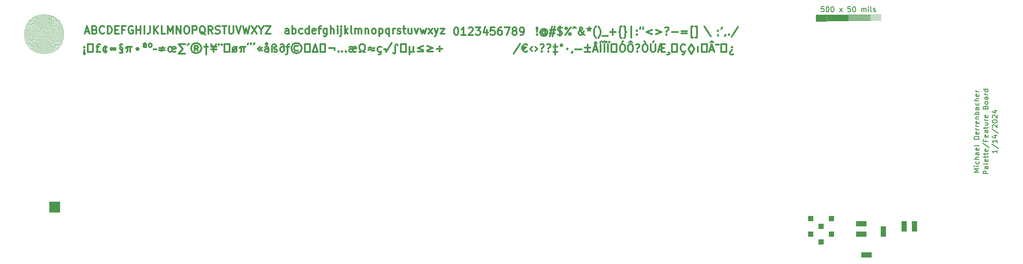
<source format=gbr>
%TF.GenerationSoftware,KiCad,Pcbnew,(5.1.9-0-10_14)*%
%TF.CreationDate,2024-01-14T18:13:30-08:00*%
%TF.ProjectId,Palette,50616c65-7474-4652-9e6b-696361645f70,rev?*%
%TF.SameCoordinates,Original*%
%TF.FileFunction,Legend,Top*%
%TF.FilePolarity,Positive*%
%FSLAX46Y46*%
G04 Gerber Fmt 4.6, Leading zero omitted, Abs format (unit mm)*
G04 Created by KiCad (PCBNEW (5.1.9-0-10_14)) date 2024-01-14 18:13:30*
%MOMM*%
%LPD*%
G01*
G04 APERTURE LIST*
%ADD10C,0.100000*%
%ADD11C,0.120000*%
%ADD12C,0.150000*%
%ADD13C,0.010000*%
%ADD14C,0.300000*%
G04 APERTURE END LIST*
D10*
G36*
X70358000Y-92456000D02*
G01*
X68326000Y-92456000D01*
X68326000Y-90424000D01*
X70358000Y-90424000D01*
X70358000Y-92456000D01*
G37*
X70358000Y-92456000D02*
X68326000Y-92456000D01*
X68326000Y-90424000D01*
X70358000Y-90424000D01*
X70358000Y-92456000D01*
D11*
X71120000Y-57658000D02*
G75*
G03*
X71120000Y-57658000I-3810000J0D01*
G01*
X70866000Y-57658000D02*
G75*
G03*
X70866000Y-57658000I-3556000J0D01*
G01*
X70612000Y-57658000D02*
G75*
G03*
X70612000Y-57658000I-3302000J0D01*
G01*
X70358000Y-57658000D02*
G75*
G03*
X70358000Y-57658000I-3048000J0D01*
G01*
X70104000Y-57658000D02*
G75*
G03*
X70104000Y-57658000I-2794000J0D01*
G01*
X69850000Y-57658000D02*
G75*
G03*
X69850000Y-57658000I-2540000J0D01*
G01*
X69596000Y-57658000D02*
G75*
G03*
X69596000Y-57658000I-2286000J0D01*
G01*
D12*
X253944380Y-80327047D02*
X253944380Y-80898476D01*
X253944380Y-80612761D02*
X252944380Y-80612761D01*
X253087238Y-80708000D01*
X253182476Y-80803238D01*
X253230095Y-80898476D01*
X252896761Y-79184190D02*
X254182476Y-80041333D01*
X253944380Y-78327047D02*
X253944380Y-78898476D01*
X253944380Y-78612761D02*
X252944380Y-78612761D01*
X253087238Y-78708000D01*
X253182476Y-78803238D01*
X253230095Y-78898476D01*
X253277714Y-77469904D02*
X253944380Y-77469904D01*
X252896761Y-77708000D02*
X253611047Y-77946095D01*
X253611047Y-77327047D01*
X252896761Y-76231809D02*
X254182476Y-77088952D01*
X253039619Y-75946095D02*
X252992000Y-75898476D01*
X252944380Y-75803238D01*
X252944380Y-75565142D01*
X252992000Y-75469904D01*
X253039619Y-75422285D01*
X253134857Y-75374666D01*
X253230095Y-75374666D01*
X253372952Y-75422285D01*
X253944380Y-75993714D01*
X253944380Y-75374666D01*
X252944380Y-74755619D02*
X252944380Y-74660380D01*
X252992000Y-74565142D01*
X253039619Y-74517523D01*
X253134857Y-74469904D01*
X253325333Y-74422285D01*
X253563428Y-74422285D01*
X253753904Y-74469904D01*
X253849142Y-74517523D01*
X253896761Y-74565142D01*
X253944380Y-74660380D01*
X253944380Y-74755619D01*
X253896761Y-74850857D01*
X253849142Y-74898476D01*
X253753904Y-74946095D01*
X253563428Y-74993714D01*
X253325333Y-74993714D01*
X253134857Y-74946095D01*
X253039619Y-74898476D01*
X252992000Y-74850857D01*
X252944380Y-74755619D01*
X253039619Y-74041333D02*
X252992000Y-73993714D01*
X252944380Y-73898476D01*
X252944380Y-73660380D01*
X252992000Y-73565142D01*
X253039619Y-73517523D01*
X253134857Y-73469904D01*
X253230095Y-73469904D01*
X253372952Y-73517523D01*
X253944380Y-74088952D01*
X253944380Y-73469904D01*
X253277714Y-72612761D02*
X253944380Y-72612761D01*
X252896761Y-72850857D02*
X253611047Y-73088952D01*
X253611047Y-72469904D01*
X252166380Y-84969904D02*
X251166380Y-84969904D01*
X251166380Y-84588952D01*
X251214000Y-84493714D01*
X251261619Y-84446095D01*
X251356857Y-84398476D01*
X251499714Y-84398476D01*
X251594952Y-84446095D01*
X251642571Y-84493714D01*
X251690190Y-84588952D01*
X251690190Y-84969904D01*
X252166380Y-83541333D02*
X251642571Y-83541333D01*
X251547333Y-83588952D01*
X251499714Y-83684190D01*
X251499714Y-83874666D01*
X251547333Y-83969904D01*
X252118761Y-83541333D02*
X252166380Y-83636571D01*
X252166380Y-83874666D01*
X252118761Y-83969904D01*
X252023523Y-84017523D01*
X251928285Y-84017523D01*
X251833047Y-83969904D01*
X251785428Y-83874666D01*
X251785428Y-83636571D01*
X251737809Y-83541333D01*
X252166380Y-82922285D02*
X252118761Y-83017523D01*
X252023523Y-83065142D01*
X251166380Y-83065142D01*
X252118761Y-82160380D02*
X252166380Y-82255619D01*
X252166380Y-82446095D01*
X252118761Y-82541333D01*
X252023523Y-82588952D01*
X251642571Y-82588952D01*
X251547333Y-82541333D01*
X251499714Y-82446095D01*
X251499714Y-82255619D01*
X251547333Y-82160380D01*
X251642571Y-82112761D01*
X251737809Y-82112761D01*
X251833047Y-82588952D01*
X251499714Y-81827047D02*
X251499714Y-81446095D01*
X251166380Y-81684190D02*
X252023523Y-81684190D01*
X252118761Y-81636571D01*
X252166380Y-81541333D01*
X252166380Y-81446095D01*
X251499714Y-81255619D02*
X251499714Y-80874666D01*
X251166380Y-81112761D02*
X252023523Y-81112761D01*
X252118761Y-81065142D01*
X252166380Y-80969904D01*
X252166380Y-80874666D01*
X252118761Y-80160380D02*
X252166380Y-80255619D01*
X252166380Y-80446095D01*
X252118761Y-80541333D01*
X252023523Y-80588952D01*
X251642571Y-80588952D01*
X251547333Y-80541333D01*
X251499714Y-80446095D01*
X251499714Y-80255619D01*
X251547333Y-80160380D01*
X251642571Y-80112761D01*
X251737809Y-80112761D01*
X251833047Y-80588952D01*
X251118761Y-78969904D02*
X252404476Y-79827047D01*
X251642571Y-78303238D02*
X251642571Y-78636571D01*
X252166380Y-78636571D02*
X251166380Y-78636571D01*
X251166380Y-78160380D01*
X252118761Y-77398476D02*
X252166380Y-77493714D01*
X252166380Y-77684190D01*
X252118761Y-77779428D01*
X252023523Y-77827047D01*
X251642571Y-77827047D01*
X251547333Y-77779428D01*
X251499714Y-77684190D01*
X251499714Y-77493714D01*
X251547333Y-77398476D01*
X251642571Y-77350857D01*
X251737809Y-77350857D01*
X251833047Y-77827047D01*
X252166380Y-76493714D02*
X251642571Y-76493714D01*
X251547333Y-76541333D01*
X251499714Y-76636571D01*
X251499714Y-76827047D01*
X251547333Y-76922285D01*
X252118761Y-76493714D02*
X252166380Y-76588952D01*
X252166380Y-76827047D01*
X252118761Y-76922285D01*
X252023523Y-76969904D01*
X251928285Y-76969904D01*
X251833047Y-76922285D01*
X251785428Y-76827047D01*
X251785428Y-76588952D01*
X251737809Y-76493714D01*
X251499714Y-76160380D02*
X251499714Y-75779428D01*
X251166380Y-76017523D02*
X252023523Y-76017523D01*
X252118761Y-75969904D01*
X252166380Y-75874666D01*
X252166380Y-75779428D01*
X251499714Y-75017523D02*
X252166380Y-75017523D01*
X251499714Y-75446095D02*
X252023523Y-75446095D01*
X252118761Y-75398476D01*
X252166380Y-75303238D01*
X252166380Y-75160380D01*
X252118761Y-75065142D01*
X252071142Y-75017523D01*
X252166380Y-74541333D02*
X251499714Y-74541333D01*
X251690190Y-74541333D02*
X251594952Y-74493714D01*
X251547333Y-74446095D01*
X251499714Y-74350857D01*
X251499714Y-74255619D01*
X252118761Y-73541333D02*
X252166380Y-73636571D01*
X252166380Y-73827047D01*
X252118761Y-73922285D01*
X252023523Y-73969904D01*
X251642571Y-73969904D01*
X251547333Y-73922285D01*
X251499714Y-73827047D01*
X251499714Y-73636571D01*
X251547333Y-73541333D01*
X251642571Y-73493714D01*
X251737809Y-73493714D01*
X251833047Y-73969904D01*
X251642571Y-71969904D02*
X251690190Y-71827047D01*
X251737809Y-71779428D01*
X251833047Y-71731809D01*
X251975904Y-71731809D01*
X252071142Y-71779428D01*
X252118761Y-71827047D01*
X252166380Y-71922285D01*
X252166380Y-72303238D01*
X251166380Y-72303238D01*
X251166380Y-71969904D01*
X251214000Y-71874666D01*
X251261619Y-71827047D01*
X251356857Y-71779428D01*
X251452095Y-71779428D01*
X251547333Y-71827047D01*
X251594952Y-71874666D01*
X251642571Y-71969904D01*
X251642571Y-72303238D01*
X252166380Y-71160380D02*
X252118761Y-71255619D01*
X252071142Y-71303238D01*
X251975904Y-71350857D01*
X251690190Y-71350857D01*
X251594952Y-71303238D01*
X251547333Y-71255619D01*
X251499714Y-71160380D01*
X251499714Y-71017523D01*
X251547333Y-70922285D01*
X251594952Y-70874666D01*
X251690190Y-70827047D01*
X251975904Y-70827047D01*
X252071142Y-70874666D01*
X252118761Y-70922285D01*
X252166380Y-71017523D01*
X252166380Y-71160380D01*
X252166380Y-69969904D02*
X251642571Y-69969904D01*
X251547333Y-70017523D01*
X251499714Y-70112761D01*
X251499714Y-70303238D01*
X251547333Y-70398476D01*
X252118761Y-69969904D02*
X252166380Y-70065142D01*
X252166380Y-70303238D01*
X252118761Y-70398476D01*
X252023523Y-70446095D01*
X251928285Y-70446095D01*
X251833047Y-70398476D01*
X251785428Y-70303238D01*
X251785428Y-70065142D01*
X251737809Y-69969904D01*
X252166380Y-69493714D02*
X251499714Y-69493714D01*
X251690190Y-69493714D02*
X251594952Y-69446095D01*
X251547333Y-69398476D01*
X251499714Y-69303238D01*
X251499714Y-69208000D01*
X252166380Y-68446095D02*
X251166380Y-68446095D01*
X252118761Y-68446095D02*
X252166380Y-68541333D01*
X252166380Y-68731809D01*
X252118761Y-68827047D01*
X252071142Y-68874666D01*
X251975904Y-68922285D01*
X251690190Y-68922285D01*
X251594952Y-68874666D01*
X251547333Y-68827047D01*
X251499714Y-68731809D01*
X251499714Y-68541333D01*
X251547333Y-68446095D01*
X250388380Y-84636571D02*
X249388380Y-84636571D01*
X250102666Y-84303238D01*
X249388380Y-83969904D01*
X250388380Y-83969904D01*
X250388380Y-83493714D02*
X249721714Y-83493714D01*
X249388380Y-83493714D02*
X249436000Y-83541333D01*
X249483619Y-83493714D01*
X249436000Y-83446095D01*
X249388380Y-83493714D01*
X249483619Y-83493714D01*
X250340761Y-82588952D02*
X250388380Y-82684190D01*
X250388380Y-82874666D01*
X250340761Y-82969904D01*
X250293142Y-83017523D01*
X250197904Y-83065142D01*
X249912190Y-83065142D01*
X249816952Y-83017523D01*
X249769333Y-82969904D01*
X249721714Y-82874666D01*
X249721714Y-82684190D01*
X249769333Y-82588952D01*
X250388380Y-82160380D02*
X249388380Y-82160380D01*
X250388380Y-81731809D02*
X249864571Y-81731809D01*
X249769333Y-81779428D01*
X249721714Y-81874666D01*
X249721714Y-82017523D01*
X249769333Y-82112761D01*
X249816952Y-82160380D01*
X250388380Y-80827047D02*
X249864571Y-80827047D01*
X249769333Y-80874666D01*
X249721714Y-80969904D01*
X249721714Y-81160380D01*
X249769333Y-81255619D01*
X250340761Y-80827047D02*
X250388380Y-80922285D01*
X250388380Y-81160380D01*
X250340761Y-81255619D01*
X250245523Y-81303238D01*
X250150285Y-81303238D01*
X250055047Y-81255619D01*
X250007428Y-81160380D01*
X250007428Y-80922285D01*
X249959809Y-80827047D01*
X250340761Y-79969904D02*
X250388380Y-80065142D01*
X250388380Y-80255619D01*
X250340761Y-80350857D01*
X250245523Y-80398476D01*
X249864571Y-80398476D01*
X249769333Y-80350857D01*
X249721714Y-80255619D01*
X249721714Y-80065142D01*
X249769333Y-79969904D01*
X249864571Y-79922285D01*
X249959809Y-79922285D01*
X250055047Y-80398476D01*
X250388380Y-79350857D02*
X250340761Y-79446095D01*
X250245523Y-79493714D01*
X249388380Y-79493714D01*
X250388380Y-78208000D02*
X249388380Y-78208000D01*
X249388380Y-77969904D01*
X249436000Y-77827047D01*
X249531238Y-77731809D01*
X249626476Y-77684190D01*
X249816952Y-77636571D01*
X249959809Y-77636571D01*
X250150285Y-77684190D01*
X250245523Y-77731809D01*
X250340761Y-77827047D01*
X250388380Y-77969904D01*
X250388380Y-78208000D01*
X250340761Y-76827047D02*
X250388380Y-76922285D01*
X250388380Y-77112761D01*
X250340761Y-77208000D01*
X250245523Y-77255619D01*
X249864571Y-77255619D01*
X249769333Y-77208000D01*
X249721714Y-77112761D01*
X249721714Y-76922285D01*
X249769333Y-76827047D01*
X249864571Y-76779428D01*
X249959809Y-76779428D01*
X250055047Y-77255619D01*
X250388380Y-76350857D02*
X249721714Y-76350857D01*
X249912190Y-76350857D02*
X249816952Y-76303238D01*
X249769333Y-76255619D01*
X249721714Y-76160380D01*
X249721714Y-76065142D01*
X250388380Y-75731809D02*
X249721714Y-75731809D01*
X249912190Y-75731809D02*
X249816952Y-75684190D01*
X249769333Y-75636571D01*
X249721714Y-75541333D01*
X249721714Y-75446095D01*
X250340761Y-74731809D02*
X250388380Y-74827047D01*
X250388380Y-75017523D01*
X250340761Y-75112761D01*
X250245523Y-75160380D01*
X249864571Y-75160380D01*
X249769333Y-75112761D01*
X249721714Y-75017523D01*
X249721714Y-74827047D01*
X249769333Y-74731809D01*
X249864571Y-74684190D01*
X249959809Y-74684190D01*
X250055047Y-75160380D01*
X249721714Y-74255619D02*
X250388380Y-74255619D01*
X249816952Y-74255619D02*
X249769333Y-74208000D01*
X249721714Y-74112761D01*
X249721714Y-73969904D01*
X249769333Y-73874666D01*
X249864571Y-73827047D01*
X250388380Y-73827047D01*
X250388380Y-73350857D02*
X249388380Y-73350857D01*
X249769333Y-73350857D02*
X249721714Y-73255619D01*
X249721714Y-73065142D01*
X249769333Y-72969904D01*
X249816952Y-72922285D01*
X249912190Y-72874666D01*
X250197904Y-72874666D01*
X250293142Y-72922285D01*
X250340761Y-72969904D01*
X250388380Y-73065142D01*
X250388380Y-73255619D01*
X250340761Y-73350857D01*
X250388380Y-72017523D02*
X249864571Y-72017523D01*
X249769333Y-72065142D01*
X249721714Y-72160380D01*
X249721714Y-72350857D01*
X249769333Y-72446095D01*
X250340761Y-72017523D02*
X250388380Y-72112761D01*
X250388380Y-72350857D01*
X250340761Y-72446095D01*
X250245523Y-72493714D01*
X250150285Y-72493714D01*
X250055047Y-72446095D01*
X250007428Y-72350857D01*
X250007428Y-72112761D01*
X249959809Y-72017523D01*
X250340761Y-71112761D02*
X250388380Y-71208000D01*
X250388380Y-71398476D01*
X250340761Y-71493714D01*
X250293142Y-71541333D01*
X250197904Y-71588952D01*
X249912190Y-71588952D01*
X249816952Y-71541333D01*
X249769333Y-71493714D01*
X249721714Y-71398476D01*
X249721714Y-71208000D01*
X249769333Y-71112761D01*
X250388380Y-70684190D02*
X249388380Y-70684190D01*
X250388380Y-70255619D02*
X249864571Y-70255619D01*
X249769333Y-70303238D01*
X249721714Y-70398476D01*
X249721714Y-70541333D01*
X249769333Y-70636571D01*
X249816952Y-70684190D01*
X250340761Y-69398476D02*
X250388380Y-69493714D01*
X250388380Y-69684190D01*
X250340761Y-69779428D01*
X250245523Y-69827047D01*
X249864571Y-69827047D01*
X249769333Y-69779428D01*
X249721714Y-69684190D01*
X249721714Y-69493714D01*
X249769333Y-69398476D01*
X249864571Y-69350857D01*
X249959809Y-69350857D01*
X250055047Y-69827047D01*
X250388380Y-68922285D02*
X249721714Y-68922285D01*
X249912190Y-68922285D02*
X249816952Y-68874666D01*
X249769333Y-68827047D01*
X249721714Y-68731809D01*
X249721714Y-68636571D01*
D11*
X69342000Y-57658000D02*
G75*
G03*
X69342000Y-57658000I-2032000J0D01*
G01*
X69088000Y-57658000D02*
G75*
G03*
X69088000Y-57658000I-1778000J0D01*
G01*
X68834000Y-57658000D02*
G75*
G03*
X68834000Y-57658000I-1524000J0D01*
G01*
X68580000Y-57658000D02*
G75*
G03*
X68580000Y-57658000I-1270000J0D01*
G01*
X68326000Y-57658000D02*
G75*
G03*
X68326000Y-57658000I-1016000J0D01*
G01*
X68072000Y-57658000D02*
G75*
G03*
X68072000Y-57658000I-762000J0D01*
G01*
X67818000Y-57658000D02*
G75*
G03*
X67818000Y-57658000I-508000J0D01*
G01*
X67564000Y-57658000D02*
G75*
G03*
X67564000Y-57658000I-254000J0D01*
G01*
D10*
G36*
X229362000Y-101346000D02*
G01*
X227330000Y-101346000D01*
X227330000Y-100330000D01*
X229362000Y-100330000D01*
X229362000Y-101346000D01*
G37*
G36*
X228346000Y-97282000D02*
G01*
X226314000Y-97282000D01*
X226314000Y-96266000D01*
X228346000Y-96266000D01*
X228346000Y-97282000D01*
G37*
G36*
X228346000Y-95250000D02*
G01*
X226314000Y-95250000D01*
X226314000Y-94234000D01*
X228346000Y-94234000D01*
X228346000Y-95250000D01*
G37*
G36*
X238252000Y-96266000D02*
G01*
X237236000Y-96266000D01*
X237236000Y-94234000D01*
X238252000Y-94234000D01*
X238252000Y-96266000D01*
G37*
G36*
X236220000Y-96266000D02*
G01*
X235204000Y-96266000D01*
X235204000Y-94234000D01*
X236220000Y-94234000D01*
X236220000Y-96266000D01*
G37*
G36*
X232156000Y-97282000D02*
G01*
X231140000Y-97282000D01*
X231140000Y-95250000D01*
X232156000Y-95250000D01*
X232156000Y-97282000D01*
G37*
G36*
X219964000Y-95758000D02*
G01*
X218948000Y-95758000D01*
X218948000Y-94742000D01*
X219964000Y-94742000D01*
X219964000Y-95758000D01*
G37*
G36*
X217932000Y-94234000D02*
G01*
X216916000Y-94234000D01*
X216916000Y-93218000D01*
X217932000Y-93218000D01*
X217932000Y-94234000D01*
G37*
G36*
X221996000Y-94234000D02*
G01*
X220980000Y-94234000D01*
X220980000Y-93218000D01*
X221996000Y-93218000D01*
X221996000Y-94234000D01*
G37*
G36*
X221996000Y-97282000D02*
G01*
X220980000Y-97282000D01*
X220980000Y-96266000D01*
X221996000Y-96266000D01*
X221996000Y-97282000D01*
G37*
G36*
X219964000Y-98806000D02*
G01*
X218948000Y-98806000D01*
X218948000Y-97790000D01*
X219964000Y-97790000D01*
X219964000Y-98806000D01*
G37*
G36*
X217932000Y-97282000D02*
G01*
X216916000Y-97282000D01*
X216916000Y-96266000D01*
X217932000Y-96266000D01*
X217932000Y-97282000D01*
G37*
D12*
X220004285Y-52284380D02*
X219528095Y-52284380D01*
X219480476Y-52760571D01*
X219528095Y-52712952D01*
X219623333Y-52665333D01*
X219861428Y-52665333D01*
X219956666Y-52712952D01*
X220004285Y-52760571D01*
X220051904Y-52855809D01*
X220051904Y-53093904D01*
X220004285Y-53189142D01*
X219956666Y-53236761D01*
X219861428Y-53284380D01*
X219623333Y-53284380D01*
X219528095Y-53236761D01*
X219480476Y-53189142D01*
X220670952Y-52284380D02*
X220766190Y-52284380D01*
X220861428Y-52332000D01*
X220909047Y-52379619D01*
X220956666Y-52474857D01*
X221004285Y-52665333D01*
X221004285Y-52903428D01*
X220956666Y-53093904D01*
X220909047Y-53189142D01*
X220861428Y-53236761D01*
X220766190Y-53284380D01*
X220670952Y-53284380D01*
X220575714Y-53236761D01*
X220528095Y-53189142D01*
X220480476Y-53093904D01*
X220432857Y-52903428D01*
X220432857Y-52665333D01*
X220480476Y-52474857D01*
X220528095Y-52379619D01*
X220575714Y-52332000D01*
X220670952Y-52284380D01*
X221623333Y-52284380D02*
X221718571Y-52284380D01*
X221813809Y-52332000D01*
X221861428Y-52379619D01*
X221909047Y-52474857D01*
X221956666Y-52665333D01*
X221956666Y-52903428D01*
X221909047Y-53093904D01*
X221861428Y-53189142D01*
X221813809Y-53236761D01*
X221718571Y-53284380D01*
X221623333Y-53284380D01*
X221528095Y-53236761D01*
X221480476Y-53189142D01*
X221432857Y-53093904D01*
X221385238Y-52903428D01*
X221385238Y-52665333D01*
X221432857Y-52474857D01*
X221480476Y-52379619D01*
X221528095Y-52332000D01*
X221623333Y-52284380D01*
X223051904Y-53284380D02*
X223575714Y-52617714D01*
X223051904Y-52617714D02*
X223575714Y-53284380D01*
X225194761Y-52284380D02*
X224718571Y-52284380D01*
X224670952Y-52760571D01*
X224718571Y-52712952D01*
X224813809Y-52665333D01*
X225051904Y-52665333D01*
X225147142Y-52712952D01*
X225194761Y-52760571D01*
X225242380Y-52855809D01*
X225242380Y-53093904D01*
X225194761Y-53189142D01*
X225147142Y-53236761D01*
X225051904Y-53284380D01*
X224813809Y-53284380D01*
X224718571Y-53236761D01*
X224670952Y-53189142D01*
X225861428Y-52284380D02*
X225956666Y-52284380D01*
X226051904Y-52332000D01*
X226099523Y-52379619D01*
X226147142Y-52474857D01*
X226194761Y-52665333D01*
X226194761Y-52903428D01*
X226147142Y-53093904D01*
X226099523Y-53189142D01*
X226051904Y-53236761D01*
X225956666Y-53284380D01*
X225861428Y-53284380D01*
X225766190Y-53236761D01*
X225718571Y-53189142D01*
X225670952Y-53093904D01*
X225623333Y-52903428D01*
X225623333Y-52665333D01*
X225670952Y-52474857D01*
X225718571Y-52379619D01*
X225766190Y-52332000D01*
X225861428Y-52284380D01*
X227385238Y-53284380D02*
X227385238Y-52617714D01*
X227385238Y-52712952D02*
X227432857Y-52665333D01*
X227528095Y-52617714D01*
X227670952Y-52617714D01*
X227766190Y-52665333D01*
X227813809Y-52760571D01*
X227813809Y-53284380D01*
X227813809Y-52760571D02*
X227861428Y-52665333D01*
X227956666Y-52617714D01*
X228099523Y-52617714D01*
X228194761Y-52665333D01*
X228242380Y-52760571D01*
X228242380Y-53284380D01*
X228718571Y-53284380D02*
X228718571Y-52617714D01*
X228718571Y-52284380D02*
X228670952Y-52332000D01*
X228718571Y-52379619D01*
X228766190Y-52332000D01*
X228718571Y-52284380D01*
X228718571Y-52379619D01*
X229337619Y-53284380D02*
X229242380Y-53236761D01*
X229194761Y-53141523D01*
X229194761Y-52284380D01*
X229670952Y-53236761D02*
X229766190Y-53284380D01*
X229956666Y-53284380D01*
X230051904Y-53236761D01*
X230099523Y-53141523D01*
X230099523Y-53093904D01*
X230051904Y-52998666D01*
X229956666Y-52951047D01*
X229813809Y-52951047D01*
X229718571Y-52903428D01*
X229670952Y-52808190D01*
X229670952Y-52760571D01*
X229718571Y-52665333D01*
X229813809Y-52617714D01*
X229956666Y-52617714D01*
X230051904Y-52665333D01*
D13*
G36*
X218440000Y-55118000D02*
G01*
X218440000Y-54864000D01*
X231140000Y-54864000D01*
X218440000Y-55118000D01*
G37*
X218440000Y-55118000D02*
X218440000Y-54864000D01*
X231140000Y-54864000D01*
X218440000Y-55118000D01*
G36*
X218440000Y-54864000D02*
G01*
X218440000Y-54610000D01*
X231140000Y-54610000D01*
X218440000Y-54864000D01*
G37*
X218440000Y-54864000D02*
X218440000Y-54610000D01*
X231140000Y-54610000D01*
X218440000Y-54864000D01*
G36*
X218440000Y-54610000D02*
G01*
X218440000Y-54356000D01*
X231140000Y-54356000D01*
X218440000Y-54610000D01*
G37*
X218440000Y-54610000D02*
X218440000Y-54356000D01*
X231140000Y-54356000D01*
X218440000Y-54610000D01*
G36*
X218440000Y-54356000D02*
G01*
X218440000Y-54102000D01*
X231140000Y-54102000D01*
X218440000Y-54356000D01*
G37*
X218440000Y-54356000D02*
X218440000Y-54102000D01*
X231140000Y-54102000D01*
X218440000Y-54356000D01*
G36*
X218440000Y-54102000D02*
G01*
X218440000Y-53848000D01*
X231140000Y-53848000D01*
X218440000Y-54102000D01*
G37*
X218440000Y-54102000D02*
X218440000Y-53848000D01*
X231140000Y-53848000D01*
X218440000Y-54102000D01*
D14*
X163816571Y-57685714D02*
X163888000Y-57757142D01*
X163816571Y-57828571D01*
X163745142Y-57757142D01*
X163816571Y-57685714D01*
X163816571Y-57828571D01*
X163816571Y-57257142D02*
X163745142Y-56400000D01*
X163816571Y-56328571D01*
X163888000Y-56400000D01*
X163816571Y-57257142D01*
X163816571Y-56328571D01*
X165459428Y-57114285D02*
X165388000Y-57042857D01*
X165245142Y-56971428D01*
X165102285Y-56971428D01*
X164959428Y-57042857D01*
X164888000Y-57114285D01*
X164816571Y-57257142D01*
X164816571Y-57400000D01*
X164888000Y-57542857D01*
X164959428Y-57614285D01*
X165102285Y-57685714D01*
X165245142Y-57685714D01*
X165388000Y-57614285D01*
X165459428Y-57542857D01*
X165459428Y-56971428D02*
X165459428Y-57542857D01*
X165530857Y-57614285D01*
X165602285Y-57614285D01*
X165745142Y-57542857D01*
X165816571Y-57400000D01*
X165816571Y-57042857D01*
X165673714Y-56828571D01*
X165459428Y-56685714D01*
X165173714Y-56614285D01*
X164888000Y-56685714D01*
X164673714Y-56828571D01*
X164530857Y-57042857D01*
X164459428Y-57328571D01*
X164530857Y-57614285D01*
X164673714Y-57828571D01*
X164888000Y-57971428D01*
X165173714Y-58042857D01*
X165459428Y-57971428D01*
X165673714Y-57828571D01*
X166388000Y-56828571D02*
X167459428Y-56828571D01*
X166816571Y-56185714D02*
X166388000Y-58114285D01*
X167316571Y-57471428D02*
X166245142Y-57471428D01*
X166888000Y-58114285D02*
X167316571Y-56185714D01*
X167888000Y-57757142D02*
X168102285Y-57828571D01*
X168459428Y-57828571D01*
X168602285Y-57757142D01*
X168673714Y-57685714D01*
X168745142Y-57542857D01*
X168745142Y-57400000D01*
X168673714Y-57257142D01*
X168602285Y-57185714D01*
X168459428Y-57114285D01*
X168173714Y-57042857D01*
X168030857Y-56971428D01*
X167959428Y-56900000D01*
X167888000Y-56757142D01*
X167888000Y-56614285D01*
X167959428Y-56471428D01*
X168030857Y-56400000D01*
X168173714Y-56328571D01*
X168530857Y-56328571D01*
X168745142Y-56400000D01*
X168316571Y-56114285D02*
X168316571Y-58042857D01*
X169316571Y-57828571D02*
X170459428Y-56328571D01*
X169530857Y-56328571D02*
X169673714Y-56400000D01*
X169745142Y-56542857D01*
X169673714Y-56685714D01*
X169530857Y-56757142D01*
X169388000Y-56685714D01*
X169316571Y-56542857D01*
X169388000Y-56400000D01*
X169530857Y-56328571D01*
X170388000Y-57757142D02*
X170459428Y-57614285D01*
X170388000Y-57471428D01*
X170245142Y-57400000D01*
X170102285Y-57471428D01*
X170030857Y-57614285D01*
X170102285Y-57757142D01*
X170245142Y-57828571D01*
X170388000Y-57757142D01*
X170888000Y-56471428D02*
X171173714Y-56257142D01*
X171459428Y-56471428D01*
X173173714Y-57828571D02*
X173102285Y-57828571D01*
X172959428Y-57757142D01*
X172745142Y-57542857D01*
X172388000Y-57114285D01*
X172245142Y-56900000D01*
X172173714Y-56685714D01*
X172173714Y-56542857D01*
X172245142Y-56400000D01*
X172388000Y-56328571D01*
X172459428Y-56328571D01*
X172602285Y-56400000D01*
X172673714Y-56542857D01*
X172673714Y-56614285D01*
X172602285Y-56757142D01*
X172530857Y-56828571D01*
X172102285Y-57114285D01*
X172030857Y-57185714D01*
X171959428Y-57328571D01*
X171959428Y-57542857D01*
X172030857Y-57685714D01*
X172102285Y-57757142D01*
X172245142Y-57828571D01*
X172459428Y-57828571D01*
X172602285Y-57757142D01*
X172673714Y-57685714D01*
X172888000Y-57400000D01*
X172959428Y-57185714D01*
X172959428Y-57042857D01*
X174030857Y-56328571D02*
X174030857Y-56685714D01*
X173673714Y-56542857D02*
X174030857Y-56685714D01*
X174388000Y-56542857D01*
X173816571Y-56971428D02*
X174030857Y-56685714D01*
X174245142Y-56971428D01*
X175388000Y-58400000D02*
X175316571Y-58328571D01*
X175173714Y-58114285D01*
X175102285Y-57971428D01*
X175030857Y-57757142D01*
X174959428Y-57400000D01*
X174959428Y-57114285D01*
X175030857Y-56757142D01*
X175102285Y-56542857D01*
X175173714Y-56400000D01*
X175316571Y-56185714D01*
X175388000Y-56114285D01*
X175816571Y-58400000D02*
X175888000Y-58328571D01*
X176030857Y-58114285D01*
X176102285Y-57971428D01*
X176173714Y-57757142D01*
X176245142Y-57400000D01*
X176245142Y-57114285D01*
X176173714Y-56757142D01*
X176102285Y-56542857D01*
X176030857Y-56400000D01*
X175888000Y-56185714D01*
X175816571Y-56114285D01*
X176602285Y-57971428D02*
X177745142Y-57971428D01*
X178102285Y-57257142D02*
X179245142Y-57257142D01*
X178673714Y-57828571D02*
X178673714Y-56685714D01*
X180388000Y-58400000D02*
X180316571Y-58400000D01*
X180173714Y-58328571D01*
X180102285Y-58185714D01*
X180102285Y-57471428D01*
X180030857Y-57328571D01*
X179888000Y-57257142D01*
X180030857Y-57185714D01*
X180102285Y-57042857D01*
X180102285Y-56328571D01*
X180173714Y-56185714D01*
X180316571Y-56114285D01*
X180388000Y-56114285D01*
X180816571Y-58400000D02*
X180888000Y-58400000D01*
X181030857Y-58328571D01*
X181102285Y-58185714D01*
X181102285Y-57471428D01*
X181173714Y-57328571D01*
X181316571Y-57257142D01*
X181173714Y-57185714D01*
X181102285Y-57042857D01*
X181102285Y-56328571D01*
X181030857Y-56185714D01*
X180888000Y-56114285D01*
X180816571Y-56114285D01*
X182316571Y-58328571D02*
X182316571Y-56185714D01*
X183388000Y-57685714D02*
X183459428Y-57757142D01*
X183388000Y-57828571D01*
X183316571Y-57757142D01*
X183388000Y-57685714D01*
X183388000Y-57828571D01*
X183388000Y-56900000D02*
X183459428Y-56971428D01*
X183388000Y-57042857D01*
X183316571Y-56971428D01*
X183388000Y-56900000D01*
X183388000Y-57042857D01*
X184102285Y-56328571D02*
X184102285Y-56400000D01*
X184030857Y-56542857D01*
X183959428Y-56614285D01*
X184673714Y-56328571D02*
X184673714Y-56400000D01*
X184602285Y-56542857D01*
X184530857Y-56614285D01*
X186388000Y-56828571D02*
X185245142Y-57257142D01*
X186388000Y-57685714D01*
X187102285Y-56828571D02*
X188245142Y-57257142D01*
X187102285Y-57685714D01*
X189173714Y-57685714D02*
X189245142Y-57757142D01*
X189173714Y-57828571D01*
X189102285Y-57757142D01*
X189173714Y-57685714D01*
X189173714Y-57828571D01*
X188888000Y-56400000D02*
X189030857Y-56328571D01*
X189388000Y-56328571D01*
X189530857Y-56400000D01*
X189602285Y-56542857D01*
X189602285Y-56685714D01*
X189530857Y-56828571D01*
X189459428Y-56900000D01*
X189316571Y-56971428D01*
X189245142Y-57042857D01*
X189173714Y-57185714D01*
X189173714Y-57257142D01*
X190245142Y-57257142D02*
X191388000Y-57257142D01*
X192102285Y-57042857D02*
X193245142Y-57042857D01*
X193245142Y-57471428D02*
X192102285Y-57471428D01*
X194388000Y-58328571D02*
X194030857Y-58328571D01*
X194030857Y-56185714D01*
X194388000Y-56185714D01*
X194816571Y-58328571D02*
X195173714Y-58328571D01*
X195173714Y-56185714D01*
X194816571Y-56185714D01*
X196602285Y-56185714D02*
X197888000Y-58114285D01*
X199316571Y-57757142D02*
X199316571Y-57828571D01*
X199245142Y-57971428D01*
X199173714Y-58042857D01*
X199245142Y-56900000D02*
X199316571Y-56971428D01*
X199245142Y-57042857D01*
X199173714Y-56971428D01*
X199245142Y-56900000D01*
X199245142Y-57042857D01*
X200030857Y-56328571D02*
X200030857Y-56400000D01*
X199959428Y-56542857D01*
X199888000Y-56614285D01*
X200745142Y-57757142D02*
X200745142Y-57828571D01*
X200673714Y-57971428D01*
X200602285Y-58042857D01*
X201388000Y-57685714D02*
X201459428Y-57757142D01*
X201388000Y-57828571D01*
X201316571Y-57757142D01*
X201388000Y-57685714D01*
X201388000Y-57828571D01*
X203173714Y-56257142D02*
X201888000Y-58185714D01*
X160562285Y-59559142D02*
X159276571Y-61487714D01*
X160848000Y-60559142D02*
X161490857Y-60559142D01*
X160848000Y-60202000D02*
X161705142Y-60202000D01*
X161919428Y-60987714D02*
X161848000Y-61059142D01*
X161633714Y-61130571D01*
X161490857Y-61130571D01*
X161276571Y-61059142D01*
X161133714Y-60916285D01*
X161062285Y-60773428D01*
X160990857Y-60487714D01*
X160990857Y-60273428D01*
X161062285Y-59987714D01*
X161133714Y-59844857D01*
X161276571Y-59702000D01*
X161490857Y-59630571D01*
X161633714Y-59630571D01*
X161848000Y-59702000D01*
X161919428Y-59773428D01*
X162919428Y-60130571D02*
X162490857Y-60559142D01*
X162919428Y-60987714D01*
X163490857Y-60130571D02*
X163919428Y-60559142D01*
X163490857Y-60987714D01*
X164776571Y-60987714D02*
X164848000Y-61059142D01*
X164776571Y-61130571D01*
X164705142Y-61059142D01*
X164776571Y-60987714D01*
X164776571Y-61130571D01*
X164490857Y-59702000D02*
X164633714Y-59630571D01*
X164990857Y-59630571D01*
X165133714Y-59702000D01*
X165205142Y-59844857D01*
X165205142Y-59987714D01*
X165133714Y-60130571D01*
X165062285Y-60202000D01*
X164919428Y-60273428D01*
X164848000Y-60344857D01*
X164776571Y-60487714D01*
X164776571Y-60559142D01*
X166062285Y-60987714D02*
X166133714Y-61059142D01*
X166062285Y-61130571D01*
X165990857Y-61059142D01*
X166062285Y-60987714D01*
X166062285Y-61130571D01*
X165776571Y-59702000D02*
X165919428Y-59630571D01*
X166276571Y-59630571D01*
X166419428Y-59702000D01*
X166490857Y-59844857D01*
X166490857Y-59987714D01*
X166419428Y-60130571D01*
X166348000Y-60202000D01*
X166205142Y-60273428D01*
X166133714Y-60344857D01*
X166062285Y-60487714D01*
X166062285Y-60559142D01*
X167062285Y-61130571D02*
X167776571Y-61130571D01*
X167062285Y-60130571D02*
X167776571Y-60130571D01*
X167419428Y-59630571D02*
X167419428Y-61630571D01*
X168633714Y-59630571D02*
X168490857Y-59702000D01*
X168419428Y-59844857D01*
X168490857Y-59987714D01*
X168633714Y-60059142D01*
X168776571Y-59987714D01*
X168848000Y-59844857D01*
X168776571Y-59702000D01*
X168633714Y-59630571D01*
X169776571Y-60487714D02*
X169705142Y-60559142D01*
X169776571Y-60630571D01*
X169848000Y-60559142D01*
X169776571Y-60487714D01*
X169776571Y-60630571D01*
X170776571Y-61059142D02*
X170776571Y-61130571D01*
X170705142Y-61273428D01*
X170633714Y-61344857D01*
X171276571Y-60630571D02*
X172562285Y-60630571D01*
X173133714Y-60273428D02*
X174276571Y-60273428D01*
X173705142Y-60844857D02*
X173705142Y-59702000D01*
X174276571Y-61130571D02*
X173133714Y-61130571D01*
X174919428Y-60702000D02*
X175633714Y-60702000D01*
X174776571Y-61130571D02*
X175276571Y-59630571D01*
X175776571Y-61130571D01*
X175276571Y-59630571D02*
X175133714Y-59559142D01*
X175062285Y-59416285D01*
X175133714Y-59273428D01*
X175276571Y-59202000D01*
X175419428Y-59273428D01*
X175490857Y-59416285D01*
X175419428Y-59559142D01*
X175276571Y-59630571D01*
X176276571Y-61130571D02*
X176276571Y-59630571D01*
X176419428Y-59059142D02*
X176205142Y-59273428D01*
X176990857Y-61130571D02*
X176990857Y-59630571D01*
X176705142Y-59273428D02*
X176990857Y-59059142D01*
X177276571Y-59273428D01*
X177705142Y-61130571D02*
X177705142Y-59630571D01*
X177419428Y-59130571D02*
X177490857Y-59202000D01*
X177419428Y-59273428D01*
X177348000Y-59202000D01*
X177419428Y-59130571D01*
X177419428Y-59273428D01*
X177990857Y-59130571D02*
X178062285Y-59202000D01*
X177990857Y-59273428D01*
X177919428Y-59202000D01*
X177990857Y-59130571D01*
X177990857Y-59273428D01*
X178419428Y-61130571D02*
X178419428Y-59630571D01*
X179419428Y-59630571D01*
X179419428Y-61130571D01*
X178419428Y-61130571D01*
X180419428Y-59630571D02*
X180705142Y-59630571D01*
X180848000Y-59702000D01*
X180990857Y-59844857D01*
X181062285Y-60130571D01*
X181062285Y-60630571D01*
X180990857Y-60916285D01*
X180848000Y-61059142D01*
X180705142Y-61130571D01*
X180419428Y-61130571D01*
X180276571Y-61059142D01*
X180133714Y-60916285D01*
X180062285Y-60630571D01*
X180062285Y-60130571D01*
X180133714Y-59844857D01*
X180276571Y-59702000D01*
X180419428Y-59630571D01*
X180705142Y-59059142D02*
X180490857Y-59273428D01*
X181990857Y-59630571D02*
X182276571Y-59630571D01*
X182419428Y-59702000D01*
X182562285Y-59844857D01*
X182633714Y-60130571D01*
X182633714Y-60630571D01*
X182562285Y-60916285D01*
X182419428Y-61059142D01*
X182276571Y-61130571D01*
X181990857Y-61130571D01*
X181848000Y-61059142D01*
X181705142Y-60916285D01*
X181633714Y-60630571D01*
X181633714Y-60130571D01*
X181705142Y-59844857D01*
X181848000Y-59702000D01*
X181990857Y-59630571D01*
X181848000Y-59273428D02*
X182133714Y-59059142D01*
X182419428Y-59273428D01*
X183490857Y-60987714D02*
X183562285Y-61059142D01*
X183490857Y-61130571D01*
X183419428Y-61059142D01*
X183490857Y-60987714D01*
X183490857Y-61130571D01*
X183205142Y-59702000D02*
X183348000Y-59630571D01*
X183705142Y-59630571D01*
X183848000Y-59702000D01*
X183919428Y-59844857D01*
X183919428Y-59987714D01*
X183848000Y-60130571D01*
X183776571Y-60202000D01*
X183633714Y-60273428D01*
X183562285Y-60344857D01*
X183490857Y-60487714D01*
X183490857Y-60559142D01*
X184848000Y-59630571D02*
X185133714Y-59630571D01*
X185276571Y-59702000D01*
X185419428Y-59844857D01*
X185490857Y-60130571D01*
X185490857Y-60630571D01*
X185419428Y-60916285D01*
X185276571Y-61059142D01*
X185133714Y-61130571D01*
X184848000Y-61130571D01*
X184705142Y-61059142D01*
X184562285Y-60916285D01*
X184490857Y-60630571D01*
X184490857Y-60130571D01*
X184562285Y-59844857D01*
X184705142Y-59702000D01*
X184848000Y-59630571D01*
X184848000Y-59059142D02*
X185062285Y-59273428D01*
X186133714Y-59630571D02*
X186133714Y-60844857D01*
X186205142Y-60987714D01*
X186276571Y-61059142D01*
X186419428Y-61130571D01*
X186705142Y-61130571D01*
X186848000Y-61059142D01*
X186919428Y-60987714D01*
X186990857Y-60844857D01*
X186990857Y-59630571D01*
X186705142Y-59059142D02*
X186490857Y-59273428D01*
X187633714Y-60702000D02*
X188205142Y-60702000D01*
X188205142Y-60344857D02*
X188705142Y-60344857D01*
X187490857Y-61130571D02*
X187990857Y-59630571D01*
X188919428Y-59630571D01*
X188205142Y-59630571D02*
X188205142Y-61130571D01*
X188919428Y-61130571D01*
X189562285Y-61202000D02*
X189705142Y-61273428D01*
X189776571Y-61416285D01*
X189705142Y-61559142D01*
X189562285Y-61630571D01*
X189348000Y-61630571D01*
X190276571Y-61130571D02*
X190276571Y-59630571D01*
X191276571Y-59630571D01*
X191276571Y-61130571D01*
X190276571Y-61130571D01*
X192848000Y-60987714D02*
X192776571Y-61059142D01*
X192562285Y-61130571D01*
X192419428Y-61130571D01*
X192205142Y-61059142D01*
X192062285Y-60916285D01*
X191990857Y-60773428D01*
X191919428Y-60487714D01*
X191919428Y-60273428D01*
X191990857Y-59987714D01*
X192062285Y-59844857D01*
X192205142Y-59702000D01*
X192419428Y-59630571D01*
X192562285Y-59630571D01*
X192776571Y-59702000D01*
X192848000Y-59773428D01*
X192490857Y-61202000D02*
X192633714Y-61273428D01*
X192705142Y-61416285D01*
X192633714Y-61559142D01*
X192490857Y-61630571D01*
X192276571Y-61630571D01*
X194062285Y-61559142D02*
X193490857Y-60559142D01*
X194062285Y-59630571D01*
X194633714Y-60559142D01*
X194062285Y-61559142D01*
X195348000Y-61130571D02*
X195348000Y-60130571D01*
X196062285Y-61130571D02*
X196062285Y-59630571D01*
X197062285Y-59630571D01*
X197062285Y-61130571D01*
X196062285Y-61130571D01*
X197705142Y-60702000D02*
X198419428Y-60702000D01*
X197562285Y-61130571D02*
X198062285Y-59630571D01*
X198562285Y-61130571D01*
X197776571Y-59273428D02*
X198062285Y-59059142D01*
X198348000Y-59273428D01*
X198776571Y-59702000D02*
X199490857Y-59702000D01*
X199919428Y-61130571D02*
X199919428Y-59630571D01*
X200919428Y-59630571D01*
X200919428Y-61130571D01*
X199919428Y-61130571D01*
X201990857Y-60273428D02*
X201919428Y-60202000D01*
X201990857Y-60130571D01*
X202062285Y-60202000D01*
X201990857Y-60273428D01*
X201990857Y-60130571D01*
X202276571Y-61559142D02*
X202133714Y-61630571D01*
X201776571Y-61630571D01*
X201633714Y-61559142D01*
X201562285Y-61416285D01*
X201562285Y-61273428D01*
X201633714Y-61130571D01*
X201705142Y-61059142D01*
X201848000Y-60987714D01*
X201919428Y-60916285D01*
X201990857Y-60773428D01*
X201990857Y-60702000D01*
X75164571Y-60273428D02*
X75093142Y-60202000D01*
X75164571Y-60130571D01*
X75236000Y-60202000D01*
X75164571Y-60273428D01*
X75164571Y-60130571D01*
X75164571Y-60702000D02*
X75236000Y-61559142D01*
X75164571Y-61630571D01*
X75093142Y-61559142D01*
X75164571Y-60702000D01*
X75164571Y-61630571D01*
X75878857Y-61130571D02*
X75878857Y-59630571D01*
X76878857Y-59630571D01*
X76878857Y-61130571D01*
X75878857Y-61130571D01*
X77521714Y-60130571D02*
X78093142Y-60130571D01*
X77521714Y-61130571D02*
X78307428Y-61130571D01*
X77736000Y-61130571D02*
X77736000Y-59844857D01*
X77807428Y-59702000D01*
X77950285Y-59630571D01*
X78164571Y-59630571D01*
X78307428Y-59702000D01*
X79593142Y-61059142D02*
X79450285Y-61130571D01*
X79164571Y-61130571D01*
X79021714Y-61059142D01*
X78950285Y-60987714D01*
X78878857Y-60844857D01*
X78878857Y-60416285D01*
X78950285Y-60273428D01*
X79021714Y-60202000D01*
X79164571Y-60130571D01*
X79450285Y-60130571D01*
X79593142Y-60202000D01*
X79307428Y-59916285D02*
X79307428Y-61344857D01*
X80950285Y-60416285D02*
X81093142Y-60344857D01*
X81236000Y-60416285D01*
X81307428Y-60559142D01*
X81236000Y-60702000D01*
X81093142Y-60773428D01*
X80950285Y-60702000D01*
X80664571Y-60416285D01*
X80521714Y-60344857D01*
X80378857Y-60416285D01*
X80307428Y-60559142D01*
X80378857Y-60702000D01*
X80521714Y-60773428D01*
X80664571Y-60702000D01*
X80950285Y-60416285D01*
X82093142Y-61273428D02*
X82236000Y-61344857D01*
X82450285Y-61344857D01*
X82593142Y-61273428D01*
X82664571Y-61130571D01*
X82593142Y-60987714D01*
X82164571Y-60559142D01*
X82093142Y-60416285D01*
X82093142Y-60344857D01*
X82164571Y-60202000D01*
X82307428Y-60130571D01*
X82664571Y-59702000D02*
X82521714Y-59630571D01*
X82307428Y-59630571D01*
X82164571Y-59702000D01*
X82093142Y-59844857D01*
X82164571Y-59987714D01*
X82593142Y-60416285D01*
X82664571Y-60559142D01*
X82664571Y-60630571D01*
X82593142Y-60773428D01*
X82450285Y-60844857D01*
X84164571Y-60130571D02*
X84164571Y-61130571D01*
X83664571Y-60130571D02*
X83664571Y-60916285D01*
X83593142Y-61059142D01*
X83450285Y-61130571D01*
X84450285Y-60130571D02*
X83521714Y-60130571D01*
X83378857Y-60202000D01*
X83307428Y-60344857D01*
X85450285Y-60416285D02*
X85450285Y-60702000D01*
X85521714Y-60702000D02*
X85521714Y-60416285D01*
X85593142Y-60344857D02*
X85593142Y-60773428D01*
X85664571Y-60702000D02*
X85664571Y-60416285D01*
X85736000Y-60416285D02*
X85736000Y-60702000D01*
X85450285Y-60630571D02*
X85593142Y-60773428D01*
X85736000Y-60630571D01*
X85450285Y-60487714D02*
X85593142Y-60344857D01*
X85736000Y-60487714D01*
X85450285Y-60416285D02*
X85593142Y-60344857D01*
X85736000Y-60416285D01*
X85807428Y-60559142D01*
X85736000Y-60702000D01*
X85593142Y-60773428D01*
X85450285Y-60702000D01*
X85378857Y-60559142D01*
X85450285Y-60416285D01*
X86807428Y-59559142D02*
X86950285Y-59487714D01*
X87093142Y-59487714D01*
X87236000Y-59559142D01*
X87307428Y-59702000D01*
X87307428Y-60202000D01*
X87307428Y-60130571D02*
X87164571Y-60202000D01*
X86950285Y-60202000D01*
X86807428Y-60130571D01*
X86736000Y-59987714D01*
X86807428Y-59844857D01*
X86950285Y-59773428D01*
X87307428Y-59773428D01*
X88021714Y-60202000D02*
X87878857Y-60130571D01*
X87807428Y-59987714D01*
X87807428Y-59702000D01*
X87878857Y-59559142D01*
X88021714Y-59487714D01*
X88164571Y-59487714D01*
X88307428Y-59559142D01*
X88378857Y-59702000D01*
X88378857Y-59987714D01*
X88307428Y-60130571D01*
X88164571Y-60202000D01*
X88021714Y-60202000D01*
X89307428Y-60630571D02*
X88736000Y-60630571D01*
X89807428Y-60344857D02*
X90950285Y-60344857D01*
X90521714Y-60130571D02*
X90236000Y-60987714D01*
X90950285Y-60773428D02*
X89807428Y-60773428D01*
X93021714Y-61059142D02*
X92878857Y-61130571D01*
X92593142Y-61130571D01*
X92450285Y-61059142D01*
X92378857Y-60916285D01*
X92378857Y-60344857D01*
X92450285Y-60202000D01*
X92593142Y-60130571D01*
X92878857Y-60130571D01*
X93021714Y-60202000D01*
X93093142Y-60344857D01*
X93093142Y-60487714D01*
X92378857Y-60630571D01*
X92378857Y-60416285D02*
X92307428Y-60273428D01*
X92236000Y-60202000D01*
X92093142Y-60130571D01*
X91878857Y-60130571D01*
X91736000Y-60202000D01*
X91664571Y-60273428D01*
X91593142Y-60416285D01*
X91593142Y-60844857D01*
X91664571Y-60987714D01*
X91736000Y-61059142D01*
X91878857Y-61130571D01*
X92093142Y-61130571D01*
X92236000Y-61059142D01*
X92307428Y-60987714D01*
X92378857Y-60844857D01*
X94878857Y-61487714D02*
X93664571Y-61487714D01*
X94450285Y-60559142D01*
X93664571Y-59630571D01*
X94950285Y-59630571D01*
X95664571Y-59559142D02*
X95450285Y-59773428D01*
X97450285Y-60916285D02*
X97093142Y-60487714D01*
X96807428Y-60916285D02*
X96807428Y-59916285D01*
X97236000Y-59916285D01*
X97378857Y-59987714D01*
X97450285Y-60130571D01*
X97450285Y-60273428D01*
X97378857Y-60416285D01*
X97236000Y-60487714D01*
X96807428Y-60487714D01*
X97093142Y-59416285D02*
X96736000Y-59487714D01*
X96378857Y-59702000D01*
X96164571Y-60059142D01*
X96093142Y-60416285D01*
X96164571Y-60773428D01*
X96378857Y-61130571D01*
X96736000Y-61344857D01*
X97093142Y-61416285D01*
X97450285Y-61344857D01*
X97807428Y-61130571D01*
X98021714Y-60773428D01*
X98093142Y-60416285D01*
X98021714Y-60059142D01*
X97807428Y-59702000D01*
X97450285Y-59487714D01*
X97093142Y-59416285D01*
X98664571Y-60130571D02*
X99378857Y-60130571D01*
X99021714Y-59630571D02*
X99021714Y-61630571D01*
X99950285Y-60630571D02*
X101093142Y-60630571D01*
X99950285Y-60130571D02*
X101093142Y-60130571D01*
X100521714Y-60416285D02*
X100521714Y-61130571D01*
X100021714Y-59630571D02*
X100521714Y-60416285D01*
X101021714Y-59630571D01*
X101521714Y-59630571D02*
X101593142Y-59702000D01*
X101521714Y-59773428D01*
X101450285Y-59702000D01*
X101521714Y-59630571D01*
X101521714Y-59773428D01*
X102093142Y-59630571D02*
X102164571Y-59702000D01*
X102093142Y-59773428D01*
X102021714Y-59702000D01*
X102093142Y-59630571D01*
X102093142Y-59773428D01*
X102593142Y-61130571D02*
X102593142Y-59630571D01*
X103593142Y-59630571D01*
X103593142Y-61130571D01*
X102593142Y-61130571D01*
X105093142Y-60130571D02*
X104164571Y-61130571D01*
X104521714Y-61130571D02*
X104378857Y-61059142D01*
X104307428Y-60987714D01*
X104236000Y-60844857D01*
X104236000Y-60416285D01*
X104307428Y-60273428D01*
X104378857Y-60202000D01*
X104521714Y-60130571D01*
X104736000Y-60130571D01*
X104878857Y-60202000D01*
X104950285Y-60273428D01*
X105021714Y-60416285D01*
X105021714Y-60844857D01*
X104950285Y-60987714D01*
X104878857Y-61059142D01*
X104736000Y-61130571D01*
X104521714Y-61130571D01*
X106450285Y-60130571D02*
X106450285Y-61130571D01*
X105950285Y-60130571D02*
X105950285Y-60916285D01*
X105878857Y-61059142D01*
X105736000Y-61130571D01*
X106736000Y-60130571D02*
X105807428Y-60130571D01*
X105664571Y-60202000D01*
X105593142Y-60344857D01*
X107736000Y-59702000D02*
X107736000Y-59630571D01*
X107807428Y-59487714D01*
X107878857Y-59416285D01*
X107164571Y-59702000D02*
X107164571Y-59630571D01*
X107236000Y-59487714D01*
X107307428Y-59416285D01*
X108378857Y-59702000D02*
X108378857Y-59630571D01*
X108450285Y-59487714D01*
X108521714Y-59416285D01*
X109521714Y-60130571D02*
X109093142Y-60559142D01*
X109521714Y-60987714D01*
X109950285Y-60844857D02*
X109664571Y-60559142D01*
X109950285Y-60273428D01*
X111235999Y-61130571D02*
X111235999Y-60344857D01*
X111164571Y-60202000D01*
X111021714Y-60130571D01*
X110735999Y-60130571D01*
X110593142Y-60202000D01*
X111235999Y-61059142D02*
X111093142Y-61130571D01*
X110735999Y-61130571D01*
X110593142Y-61059142D01*
X110521714Y-60916285D01*
X110521714Y-60773428D01*
X110593142Y-60630571D01*
X110735999Y-60559142D01*
X111093142Y-60559142D01*
X111235999Y-60487714D01*
X110878857Y-59773428D02*
X110735999Y-59702000D01*
X110664571Y-59559142D01*
X110735999Y-59416285D01*
X110878857Y-59344857D01*
X111021714Y-59416285D01*
X111093142Y-59559142D01*
X111021714Y-59702000D01*
X110878857Y-59773428D01*
X111950285Y-61130571D02*
X111950285Y-59916285D01*
X112021714Y-59773428D01*
X112093142Y-59702000D01*
X112235999Y-59630571D01*
X112450285Y-59630571D01*
X112593142Y-59702000D01*
X112664571Y-59773428D01*
X112735999Y-59916285D01*
X112735999Y-60130571D01*
X112521714Y-60130571D01*
X112378857Y-60202000D01*
X112307428Y-60344857D01*
X112307428Y-60416285D01*
X112378857Y-60559142D01*
X112521714Y-60630571D01*
X112735999Y-60630571D01*
X112878857Y-60702000D01*
X112950285Y-60844857D01*
X112950285Y-60916285D01*
X112878857Y-61059142D01*
X112735999Y-61130571D01*
X112450285Y-61130571D01*
X112307428Y-61059142D01*
X114307428Y-60273428D02*
X114235999Y-60202000D01*
X114093142Y-60130571D01*
X113807428Y-60130571D01*
X113664571Y-60202000D01*
X113593142Y-60273428D01*
X113521714Y-60416285D01*
X113521714Y-60844857D01*
X113593142Y-60987714D01*
X113664571Y-61059142D01*
X113807428Y-61130571D01*
X114021714Y-61130571D01*
X114164571Y-61059142D01*
X114235999Y-60987714D01*
X114307428Y-60844857D01*
X114307428Y-59916285D01*
X114235999Y-59773428D01*
X114164571Y-59702000D01*
X114021714Y-59630571D01*
X113735999Y-59630571D01*
X113593142Y-59702000D01*
X114735999Y-60130571D02*
X115307428Y-60130571D01*
X114950285Y-61130571D02*
X114950285Y-59844857D01*
X115021714Y-59702000D01*
X115164571Y-59630571D01*
X115307428Y-59630571D01*
X114950285Y-61130571D02*
X114950285Y-61416285D01*
X114878857Y-61559142D01*
X114735999Y-61630571D01*
X114593142Y-61630571D01*
X117021714Y-59987714D02*
X116878857Y-59916285D01*
X116593142Y-59916285D01*
X116450285Y-59987714D01*
X116307428Y-60130571D01*
X116235999Y-60273428D01*
X116235999Y-60559142D01*
X116307428Y-60702000D01*
X116450285Y-60844857D01*
X116593142Y-60916285D01*
X116878857Y-60916285D01*
X117021714Y-60844857D01*
X116735999Y-59416285D02*
X116378857Y-59487714D01*
X116021714Y-59702000D01*
X115807428Y-60059142D01*
X115735999Y-60416285D01*
X115807428Y-60773428D01*
X116021714Y-61130571D01*
X116378857Y-61344857D01*
X116735999Y-61416285D01*
X117093142Y-61344857D01*
X117450285Y-61130571D01*
X117664571Y-60773428D01*
X117735999Y-60416285D01*
X117664571Y-60059142D01*
X117450285Y-59702000D01*
X117093142Y-59487714D01*
X116735999Y-59416285D01*
X118378857Y-61130571D02*
X118378857Y-59630571D01*
X119378857Y-59630571D01*
X119378857Y-61130571D01*
X118378857Y-61130571D01*
X119878857Y-61130571D02*
X120378857Y-59630571D01*
X120878857Y-61130571D01*
X119878857Y-61130571D01*
X121378857Y-61130571D02*
X121378857Y-59630571D01*
X122378857Y-59630571D01*
X122378857Y-61130571D01*
X121378857Y-61130571D01*
X123093142Y-60416285D02*
X124236000Y-60416285D01*
X124236000Y-60773428D01*
X124950285Y-60987714D02*
X125021714Y-61059142D01*
X124950285Y-61130571D01*
X124878857Y-61059142D01*
X124950285Y-60987714D01*
X124950285Y-61130571D01*
X125664571Y-60987714D02*
X125736000Y-61059142D01*
X125664571Y-61130571D01*
X125593142Y-61059142D01*
X125664571Y-60987714D01*
X125664571Y-61130571D01*
X126378857Y-60987714D02*
X126450285Y-61059142D01*
X126378857Y-61130571D01*
X126307428Y-61059142D01*
X126378857Y-60987714D01*
X126378857Y-61130571D01*
X127093142Y-60202000D02*
X127236000Y-60130571D01*
X127521714Y-60130571D01*
X127664571Y-60202000D01*
X127736000Y-60344857D01*
X128378857Y-61059142D02*
X128236000Y-61130571D01*
X127950285Y-61130571D01*
X127807428Y-61059142D01*
X127736000Y-60916285D01*
X127736000Y-60344857D01*
X127807428Y-60202000D01*
X127950285Y-60130571D01*
X128236000Y-60130571D01*
X128378857Y-60202000D01*
X128450285Y-60344857D01*
X128450285Y-60487714D01*
X127736000Y-60559142D01*
X127236000Y-60559142D01*
X127093142Y-60630571D01*
X127021714Y-60773428D01*
X127021714Y-60916285D01*
X127093142Y-61059142D01*
X127236000Y-61130571D01*
X127521714Y-61130571D01*
X127664571Y-61059142D01*
X127736000Y-60916285D01*
X129021714Y-61130571D02*
X129378857Y-61130571D01*
X129378857Y-60844857D01*
X129236000Y-60773428D01*
X129093142Y-60630571D01*
X129021714Y-60416285D01*
X129021714Y-60059142D01*
X129093142Y-59844857D01*
X129236000Y-59702000D01*
X129450285Y-59630571D01*
X129736000Y-59630571D01*
X129950285Y-59702000D01*
X130093142Y-59844857D01*
X130164571Y-60059142D01*
X130164571Y-60416285D01*
X130093142Y-60630571D01*
X129950285Y-60773428D01*
X129807428Y-60844857D01*
X129807428Y-61130571D01*
X130164571Y-61130571D01*
X130807428Y-60773428D02*
X130878857Y-60702000D01*
X131093142Y-60630571D01*
X131307428Y-60702000D01*
X131450285Y-60844857D01*
X131664571Y-60916285D01*
X131878857Y-60844857D01*
X131950285Y-60773428D01*
X130807428Y-60344857D02*
X130878857Y-60273428D01*
X131093142Y-60202000D01*
X131307428Y-60273428D01*
X131450285Y-60416285D01*
X131664571Y-60487714D01*
X131878857Y-60416285D01*
X131950285Y-60344857D01*
X133307428Y-61059142D02*
X133164571Y-61130571D01*
X132878857Y-61130571D01*
X132736000Y-61059142D01*
X132664571Y-60987714D01*
X132593142Y-60844857D01*
X132593142Y-60416285D01*
X132664571Y-60273428D01*
X132736000Y-60202000D01*
X132878857Y-60130571D01*
X133164571Y-60130571D01*
X133307428Y-60202000D01*
X133021714Y-61202000D02*
X133164571Y-61273428D01*
X133236000Y-61416285D01*
X133164571Y-61559142D01*
X133021714Y-61630571D01*
X132807428Y-61630571D01*
X133878857Y-60630571D02*
X134164571Y-60559142D01*
X134307428Y-61130571D01*
X135378857Y-59344857D01*
X135664571Y-61273428D02*
X135736000Y-61416285D01*
X135878857Y-61487714D01*
X136021714Y-61416285D01*
X136093142Y-61273428D01*
X136093142Y-59844857D01*
X136164571Y-59702000D01*
X136307428Y-59630571D01*
X136450285Y-59702000D01*
X136521714Y-59844857D01*
X137164571Y-61130571D02*
X137164571Y-59630571D01*
X138164571Y-59630571D01*
X138164571Y-61130571D01*
X137164571Y-61130571D01*
X138878857Y-60130571D02*
X138878857Y-61630571D01*
X139593142Y-60916285D02*
X139664571Y-61059142D01*
X139807428Y-61130571D01*
X138878857Y-60916285D02*
X138950285Y-61059142D01*
X139093142Y-61130571D01*
X139378857Y-61130571D01*
X139521714Y-61059142D01*
X139593142Y-60916285D01*
X139593142Y-60130571D01*
X141593142Y-61059142D02*
X140450285Y-61059142D01*
X141593142Y-60773428D02*
X140450285Y-60344857D01*
X141593142Y-59916285D01*
X142307428Y-61059142D02*
X143450285Y-61059142D01*
X142307428Y-60773428D02*
X143450285Y-60344857D01*
X142307428Y-59916285D01*
X145307428Y-60559142D02*
X144164571Y-60559142D01*
X144736000Y-60916285D02*
X144807428Y-60987714D01*
X144736000Y-61059142D01*
X144664571Y-60987714D01*
X144736000Y-60916285D01*
X144736000Y-61059142D01*
X144736000Y-60059142D02*
X144807428Y-60130571D01*
X144736000Y-60202000D01*
X144664571Y-60130571D01*
X144736000Y-60059142D01*
X144736000Y-60202000D01*
X147932000Y-56328571D02*
X148074857Y-56328571D01*
X148217714Y-56400000D01*
X148289142Y-56471428D01*
X148360571Y-56614285D01*
X148432000Y-56900000D01*
X148432000Y-57257142D01*
X148360571Y-57542857D01*
X148289142Y-57685714D01*
X148217714Y-57757142D01*
X148074857Y-57828571D01*
X147932000Y-57828571D01*
X147789142Y-57757142D01*
X147717714Y-57685714D01*
X147646285Y-57542857D01*
X147574857Y-57257142D01*
X147574857Y-56900000D01*
X147646285Y-56614285D01*
X147717714Y-56471428D01*
X147789142Y-56400000D01*
X147932000Y-56328571D01*
X149860571Y-57828571D02*
X149003428Y-57828571D01*
X149432000Y-57828571D02*
X149432000Y-56328571D01*
X149289142Y-56542857D01*
X149146285Y-56685714D01*
X149003428Y-56757142D01*
X150432000Y-56471428D02*
X150503428Y-56400000D01*
X150646285Y-56328571D01*
X151003428Y-56328571D01*
X151146285Y-56400000D01*
X151217714Y-56471428D01*
X151289142Y-56614285D01*
X151289142Y-56757142D01*
X151217714Y-56971428D01*
X150360571Y-57828571D01*
X151289142Y-57828571D01*
X151789142Y-56328571D02*
X152717714Y-56328571D01*
X152217714Y-56900000D01*
X152432000Y-56900000D01*
X152574857Y-56971428D01*
X152646285Y-57042857D01*
X152717714Y-57185714D01*
X152717714Y-57542857D01*
X152646285Y-57685714D01*
X152574857Y-57757142D01*
X152432000Y-57828571D01*
X152003428Y-57828571D01*
X151860571Y-57757142D01*
X151789142Y-57685714D01*
X154003428Y-56828571D02*
X154003428Y-57828571D01*
X153646285Y-56257142D02*
X153289142Y-57328571D01*
X154217714Y-57328571D01*
X155503428Y-56328571D02*
X154789142Y-56328571D01*
X154717714Y-57042857D01*
X154789142Y-56971428D01*
X154932000Y-56900000D01*
X155289142Y-56900000D01*
X155432000Y-56971428D01*
X155503428Y-57042857D01*
X155574857Y-57185714D01*
X155574857Y-57542857D01*
X155503428Y-57685714D01*
X155432000Y-57757142D01*
X155289142Y-57828571D01*
X154932000Y-57828571D01*
X154789142Y-57757142D01*
X154717714Y-57685714D01*
X156860571Y-56328571D02*
X156574857Y-56328571D01*
X156432000Y-56400000D01*
X156360571Y-56471428D01*
X156217714Y-56685714D01*
X156146285Y-56971428D01*
X156146285Y-57542857D01*
X156217714Y-57685714D01*
X156289142Y-57757142D01*
X156432000Y-57828571D01*
X156717714Y-57828571D01*
X156860571Y-57757142D01*
X156932000Y-57685714D01*
X157003428Y-57542857D01*
X157003428Y-57185714D01*
X156932000Y-57042857D01*
X156860571Y-56971428D01*
X156717714Y-56900000D01*
X156432000Y-56900000D01*
X156289142Y-56971428D01*
X156217714Y-57042857D01*
X156146285Y-57185714D01*
X157503428Y-56328571D02*
X158503428Y-56328571D01*
X157860571Y-57828571D01*
X159289142Y-56971428D02*
X159146285Y-56900000D01*
X159074857Y-56828571D01*
X159003428Y-56685714D01*
X159003428Y-56614285D01*
X159074857Y-56471428D01*
X159146285Y-56400000D01*
X159289142Y-56328571D01*
X159574857Y-56328571D01*
X159717714Y-56400000D01*
X159789142Y-56471428D01*
X159860571Y-56614285D01*
X159860571Y-56685714D01*
X159789142Y-56828571D01*
X159717714Y-56900000D01*
X159574857Y-56971428D01*
X159289142Y-56971428D01*
X159146285Y-57042857D01*
X159074857Y-57114285D01*
X159003428Y-57257142D01*
X159003428Y-57542857D01*
X159074857Y-57685714D01*
X159146285Y-57757142D01*
X159289142Y-57828571D01*
X159574857Y-57828571D01*
X159717714Y-57757142D01*
X159789142Y-57685714D01*
X159860571Y-57542857D01*
X159860571Y-57257142D01*
X159789142Y-57114285D01*
X159717714Y-57042857D01*
X159574857Y-56971428D01*
X160574857Y-57828571D02*
X160860571Y-57828571D01*
X161003428Y-57757142D01*
X161074857Y-57685714D01*
X161217714Y-57471428D01*
X161289142Y-57185714D01*
X161289142Y-56614285D01*
X161217714Y-56471428D01*
X161146285Y-56400000D01*
X161003428Y-56328571D01*
X160717714Y-56328571D01*
X160574857Y-56400000D01*
X160503428Y-56471428D01*
X160432000Y-56614285D01*
X160432000Y-56971428D01*
X160503428Y-57114285D01*
X160574857Y-57185714D01*
X160717714Y-57257142D01*
X161003428Y-57257142D01*
X161146285Y-57185714D01*
X161217714Y-57114285D01*
X161289142Y-56971428D01*
X115190857Y-57574571D02*
X115190857Y-56788857D01*
X115119428Y-56646000D01*
X114976571Y-56574571D01*
X114690857Y-56574571D01*
X114547999Y-56646000D01*
X115190857Y-57503142D02*
X115047999Y-57574571D01*
X114690857Y-57574571D01*
X114547999Y-57503142D01*
X114476571Y-57360285D01*
X114476571Y-57217428D01*
X114547999Y-57074571D01*
X114690857Y-57003142D01*
X115047999Y-57003142D01*
X115190857Y-56931714D01*
X115905142Y-57574571D02*
X115905142Y-56074571D01*
X115905142Y-56646000D02*
X116047999Y-56574571D01*
X116333714Y-56574571D01*
X116476571Y-56646000D01*
X116547999Y-56717428D01*
X116619428Y-56860285D01*
X116619428Y-57288857D01*
X116547999Y-57431714D01*
X116476571Y-57503142D01*
X116333714Y-57574571D01*
X116047999Y-57574571D01*
X115905142Y-57503142D01*
X117905142Y-57503142D02*
X117762285Y-57574571D01*
X117476571Y-57574571D01*
X117333714Y-57503142D01*
X117262285Y-57431714D01*
X117190857Y-57288857D01*
X117190857Y-56860285D01*
X117262285Y-56717428D01*
X117333714Y-56646000D01*
X117476571Y-56574571D01*
X117762285Y-56574571D01*
X117905142Y-56646000D01*
X119190857Y-57574571D02*
X119190857Y-56074571D01*
X119190857Y-57503142D02*
X119047999Y-57574571D01*
X118762285Y-57574571D01*
X118619428Y-57503142D01*
X118547999Y-57431714D01*
X118476571Y-57288857D01*
X118476571Y-56860285D01*
X118547999Y-56717428D01*
X118619428Y-56646000D01*
X118762285Y-56574571D01*
X119047999Y-56574571D01*
X119190857Y-56646000D01*
X120476571Y-57503142D02*
X120333714Y-57574571D01*
X120047999Y-57574571D01*
X119905142Y-57503142D01*
X119833714Y-57360285D01*
X119833714Y-56788857D01*
X119905142Y-56646000D01*
X120047999Y-56574571D01*
X120333714Y-56574571D01*
X120476571Y-56646000D01*
X120547999Y-56788857D01*
X120547999Y-56931714D01*
X119833714Y-57074571D01*
X120976571Y-56574571D02*
X121547999Y-56574571D01*
X121190857Y-57574571D02*
X121190857Y-56288857D01*
X121262285Y-56146000D01*
X121405142Y-56074571D01*
X121547999Y-56074571D01*
X122690857Y-56574571D02*
X122690857Y-57788857D01*
X122619428Y-57931714D01*
X122547999Y-58003142D01*
X122405142Y-58074571D01*
X122190857Y-58074571D01*
X122047999Y-58003142D01*
X122690857Y-57503142D02*
X122547999Y-57574571D01*
X122262285Y-57574571D01*
X122119428Y-57503142D01*
X122047999Y-57431714D01*
X121976571Y-57288857D01*
X121976571Y-56860285D01*
X122047999Y-56717428D01*
X122119428Y-56646000D01*
X122262285Y-56574571D01*
X122547999Y-56574571D01*
X122690857Y-56646000D01*
X123405142Y-57574571D02*
X123405142Y-56074571D01*
X124047999Y-57574571D02*
X124047999Y-56788857D01*
X123976571Y-56646000D01*
X123833714Y-56574571D01*
X123619428Y-56574571D01*
X123476571Y-56646000D01*
X123405142Y-56717428D01*
X124762285Y-57574571D02*
X124762285Y-56574571D01*
X124762285Y-56074571D02*
X124690857Y-56146000D01*
X124762285Y-56217428D01*
X124833714Y-56146000D01*
X124762285Y-56074571D01*
X124762285Y-56217428D01*
X125476571Y-56574571D02*
X125476571Y-57860285D01*
X125405142Y-58003142D01*
X125262285Y-58074571D01*
X125190857Y-58074571D01*
X125476571Y-56074571D02*
X125405142Y-56146000D01*
X125476571Y-56217428D01*
X125547999Y-56146000D01*
X125476571Y-56074571D01*
X125476571Y-56217428D01*
X126190857Y-57574571D02*
X126190857Y-56074571D01*
X126333714Y-57003142D02*
X126762285Y-57574571D01*
X126762285Y-56574571D02*
X126190857Y-57146000D01*
X127619428Y-57574571D02*
X127476571Y-57503142D01*
X127405142Y-57360285D01*
X127405142Y-56074571D01*
X128190857Y-57574571D02*
X128190857Y-56574571D01*
X128190857Y-56717428D02*
X128262285Y-56646000D01*
X128405142Y-56574571D01*
X128619428Y-56574571D01*
X128762285Y-56646000D01*
X128833714Y-56788857D01*
X128833714Y-57574571D01*
X128833714Y-56788857D02*
X128905142Y-56646000D01*
X129047999Y-56574571D01*
X129262285Y-56574571D01*
X129405142Y-56646000D01*
X129476571Y-56788857D01*
X129476571Y-57574571D01*
X130190857Y-56574571D02*
X130190857Y-57574571D01*
X130190857Y-56717428D02*
X130262285Y-56646000D01*
X130405142Y-56574571D01*
X130619428Y-56574571D01*
X130762285Y-56646000D01*
X130833714Y-56788857D01*
X130833714Y-57574571D01*
X131762285Y-57574571D02*
X131619428Y-57503142D01*
X131548000Y-57431714D01*
X131476571Y-57288857D01*
X131476571Y-56860285D01*
X131548000Y-56717428D01*
X131619428Y-56646000D01*
X131762285Y-56574571D01*
X131976571Y-56574571D01*
X132119428Y-56646000D01*
X132190857Y-56717428D01*
X132262285Y-56860285D01*
X132262285Y-57288857D01*
X132190857Y-57431714D01*
X132119428Y-57503142D01*
X131976571Y-57574571D01*
X131762285Y-57574571D01*
X132905142Y-56574571D02*
X132905142Y-58074571D01*
X132905142Y-56646000D02*
X133048000Y-56574571D01*
X133333714Y-56574571D01*
X133476571Y-56646000D01*
X133548000Y-56717428D01*
X133619428Y-56860285D01*
X133619428Y-57288857D01*
X133548000Y-57431714D01*
X133476571Y-57503142D01*
X133333714Y-57574571D01*
X133048000Y-57574571D01*
X132905142Y-57503142D01*
X134905142Y-56574571D02*
X134905142Y-58074571D01*
X134905142Y-57503142D02*
X134762285Y-57574571D01*
X134476571Y-57574571D01*
X134333714Y-57503142D01*
X134262285Y-57431714D01*
X134190857Y-57288857D01*
X134190857Y-56860285D01*
X134262285Y-56717428D01*
X134333714Y-56646000D01*
X134476571Y-56574571D01*
X134762285Y-56574571D01*
X134905142Y-56646000D01*
X135619428Y-57574571D02*
X135619428Y-56574571D01*
X135619428Y-56860285D02*
X135690857Y-56717428D01*
X135762285Y-56646000D01*
X135905142Y-56574571D01*
X136048000Y-56574571D01*
X136476571Y-57503142D02*
X136619428Y-57574571D01*
X136905142Y-57574571D01*
X137048000Y-57503142D01*
X137119428Y-57360285D01*
X137119428Y-57288857D01*
X137048000Y-57146000D01*
X136905142Y-57074571D01*
X136690857Y-57074571D01*
X136548000Y-57003142D01*
X136476571Y-56860285D01*
X136476571Y-56788857D01*
X136548000Y-56646000D01*
X136690857Y-56574571D01*
X136905142Y-56574571D01*
X137048000Y-56646000D01*
X137548000Y-56574571D02*
X138119428Y-56574571D01*
X137762285Y-56074571D02*
X137762285Y-57360285D01*
X137833714Y-57503142D01*
X137976571Y-57574571D01*
X138119428Y-57574571D01*
X139262285Y-56574571D02*
X139262285Y-57574571D01*
X138619428Y-56574571D02*
X138619428Y-57360285D01*
X138690857Y-57503142D01*
X138833714Y-57574571D01*
X139048000Y-57574571D01*
X139190857Y-57503142D01*
X139262285Y-57431714D01*
X139833714Y-56574571D02*
X140190857Y-57574571D01*
X140548000Y-56574571D01*
X140976571Y-56574571D02*
X141262285Y-57574571D01*
X141548000Y-56860285D01*
X141833714Y-57574571D01*
X142119428Y-56574571D01*
X142548000Y-57574571D02*
X143333714Y-56574571D01*
X142548000Y-56574571D02*
X143333714Y-57574571D01*
X143762285Y-56574571D02*
X144119428Y-57574571D01*
X144476571Y-56574571D02*
X144119428Y-57574571D01*
X143976571Y-57931714D01*
X143905142Y-58003142D01*
X143762285Y-58074571D01*
X144905142Y-56574571D02*
X145690857Y-56574571D01*
X144905142Y-57574571D01*
X145690857Y-57574571D01*
X75364857Y-57146000D02*
X76079142Y-57146000D01*
X75222000Y-57574571D02*
X75722000Y-56074571D01*
X76222000Y-57574571D01*
X77222000Y-56788857D02*
X77436285Y-56860285D01*
X77507714Y-56931714D01*
X77579142Y-57074571D01*
X77579142Y-57288857D01*
X77507714Y-57431714D01*
X77436285Y-57503142D01*
X77293428Y-57574571D01*
X76722000Y-57574571D01*
X76722000Y-56074571D01*
X77222000Y-56074571D01*
X77364857Y-56146000D01*
X77436285Y-56217428D01*
X77507714Y-56360285D01*
X77507714Y-56503142D01*
X77436285Y-56646000D01*
X77364857Y-56717428D01*
X77222000Y-56788857D01*
X76722000Y-56788857D01*
X79079142Y-57431714D02*
X79007714Y-57503142D01*
X78793428Y-57574571D01*
X78650571Y-57574571D01*
X78436285Y-57503142D01*
X78293428Y-57360285D01*
X78222000Y-57217428D01*
X78150571Y-56931714D01*
X78150571Y-56717428D01*
X78222000Y-56431714D01*
X78293428Y-56288857D01*
X78436285Y-56146000D01*
X78650571Y-56074571D01*
X78793428Y-56074571D01*
X79007714Y-56146000D01*
X79079142Y-56217428D01*
X79722000Y-57574571D02*
X79722000Y-56074571D01*
X80079142Y-56074571D01*
X80293428Y-56146000D01*
X80436285Y-56288857D01*
X80507714Y-56431714D01*
X80579142Y-56717428D01*
X80579142Y-56931714D01*
X80507714Y-57217428D01*
X80436285Y-57360285D01*
X80293428Y-57503142D01*
X80079142Y-57574571D01*
X79722000Y-57574571D01*
X81222000Y-56788857D02*
X81722000Y-56788857D01*
X81936285Y-57574571D02*
X81222000Y-57574571D01*
X81222000Y-56074571D01*
X81936285Y-56074571D01*
X83079142Y-56788857D02*
X82579142Y-56788857D01*
X82579142Y-57574571D02*
X82579142Y-56074571D01*
X83293428Y-56074571D01*
X84650571Y-56146000D02*
X84507714Y-56074571D01*
X84293428Y-56074571D01*
X84079142Y-56146000D01*
X83936285Y-56288857D01*
X83864857Y-56431714D01*
X83793428Y-56717428D01*
X83793428Y-56931714D01*
X83864857Y-57217428D01*
X83936285Y-57360285D01*
X84079142Y-57503142D01*
X84293428Y-57574571D01*
X84436285Y-57574571D01*
X84650571Y-57503142D01*
X84722000Y-57431714D01*
X84722000Y-56931714D01*
X84436285Y-56931714D01*
X85364857Y-57574571D02*
X85364857Y-56074571D01*
X85364857Y-56788857D02*
X86222000Y-56788857D01*
X86222000Y-57574571D02*
X86222000Y-56074571D01*
X86936285Y-57574571D02*
X86936285Y-56074571D01*
X88079142Y-56074571D02*
X88079142Y-57146000D01*
X88007714Y-57360285D01*
X87864857Y-57503142D01*
X87650571Y-57574571D01*
X87507714Y-57574571D01*
X88793428Y-57574571D02*
X88793428Y-56074571D01*
X89650571Y-57574571D02*
X89007714Y-56717428D01*
X89650571Y-56074571D02*
X88793428Y-56931714D01*
X91007714Y-57574571D02*
X90293428Y-57574571D01*
X90293428Y-56074571D01*
X91507714Y-57574571D02*
X91507714Y-56074571D01*
X92007714Y-57146000D01*
X92507714Y-56074571D01*
X92507714Y-57574571D01*
X93222000Y-57574571D02*
X93222000Y-56074571D01*
X94079142Y-57574571D01*
X94079142Y-56074571D01*
X95079142Y-56074571D02*
X95364857Y-56074571D01*
X95507714Y-56146000D01*
X95650571Y-56288857D01*
X95722000Y-56574571D01*
X95722000Y-57074571D01*
X95650571Y-57360285D01*
X95507714Y-57503142D01*
X95364857Y-57574571D01*
X95079142Y-57574571D01*
X94936285Y-57503142D01*
X94793428Y-57360285D01*
X94722000Y-57074571D01*
X94722000Y-56574571D01*
X94793428Y-56288857D01*
X94936285Y-56146000D01*
X95079142Y-56074571D01*
X96364857Y-57574571D02*
X96364857Y-56074571D01*
X96936285Y-56074571D01*
X97079142Y-56146000D01*
X97150571Y-56217428D01*
X97222000Y-56360285D01*
X97222000Y-56574571D01*
X97150571Y-56717428D01*
X97079142Y-56788857D01*
X96936285Y-56860285D01*
X96364857Y-56860285D01*
X98864857Y-57717428D02*
X98722000Y-57646000D01*
X98579142Y-57503142D01*
X98364857Y-57288857D01*
X98222000Y-57217428D01*
X98079142Y-57217428D01*
X98150571Y-57574571D02*
X98007714Y-57503142D01*
X97864857Y-57360285D01*
X97793428Y-57074571D01*
X97793428Y-56574571D01*
X97864857Y-56288857D01*
X98007714Y-56146000D01*
X98150571Y-56074571D01*
X98436285Y-56074571D01*
X98579142Y-56146000D01*
X98722000Y-56288857D01*
X98793428Y-56574571D01*
X98793428Y-57074571D01*
X98722000Y-57360285D01*
X98579142Y-57503142D01*
X98436285Y-57574571D01*
X98150571Y-57574571D01*
X100293428Y-57574571D02*
X99793428Y-56860285D01*
X99436285Y-57574571D02*
X99436285Y-56074571D01*
X100007714Y-56074571D01*
X100150571Y-56146000D01*
X100222000Y-56217428D01*
X100293428Y-56360285D01*
X100293428Y-56574571D01*
X100222000Y-56717428D01*
X100150571Y-56788857D01*
X100007714Y-56860285D01*
X99436285Y-56860285D01*
X100864857Y-57503142D02*
X101079142Y-57574571D01*
X101436285Y-57574571D01*
X101579142Y-57503142D01*
X101650571Y-57431714D01*
X101722000Y-57288857D01*
X101722000Y-57146000D01*
X101650571Y-57003142D01*
X101579142Y-56931714D01*
X101436285Y-56860285D01*
X101150571Y-56788857D01*
X101007714Y-56717428D01*
X100936285Y-56646000D01*
X100864857Y-56503142D01*
X100864857Y-56360285D01*
X100936285Y-56217428D01*
X101007714Y-56146000D01*
X101150571Y-56074571D01*
X101507714Y-56074571D01*
X101722000Y-56146000D01*
X102150571Y-56074571D02*
X103007714Y-56074571D01*
X102579142Y-57574571D02*
X102579142Y-56074571D01*
X103507714Y-56074571D02*
X103507714Y-57288857D01*
X103579142Y-57431714D01*
X103650571Y-57503142D01*
X103793428Y-57574571D01*
X104079142Y-57574571D01*
X104222000Y-57503142D01*
X104293428Y-57431714D01*
X104364857Y-57288857D01*
X104364857Y-56074571D01*
X104864857Y-56074571D02*
X105364857Y-57574571D01*
X105864857Y-56074571D01*
X106222000Y-56074571D02*
X106579142Y-57574571D01*
X106864857Y-56503142D01*
X107150571Y-57574571D01*
X107507714Y-56074571D01*
X107936285Y-56074571D02*
X108936285Y-57574571D01*
X108936285Y-56074571D02*
X107936285Y-57574571D01*
X109793428Y-56860285D02*
X109793428Y-57574571D01*
X109293428Y-56074571D02*
X109793428Y-56860285D01*
X110293428Y-56074571D01*
X110650571Y-56074571D02*
X111650571Y-56074571D01*
X110650571Y-57574571D01*
X111650571Y-57574571D01*
M02*

</source>
